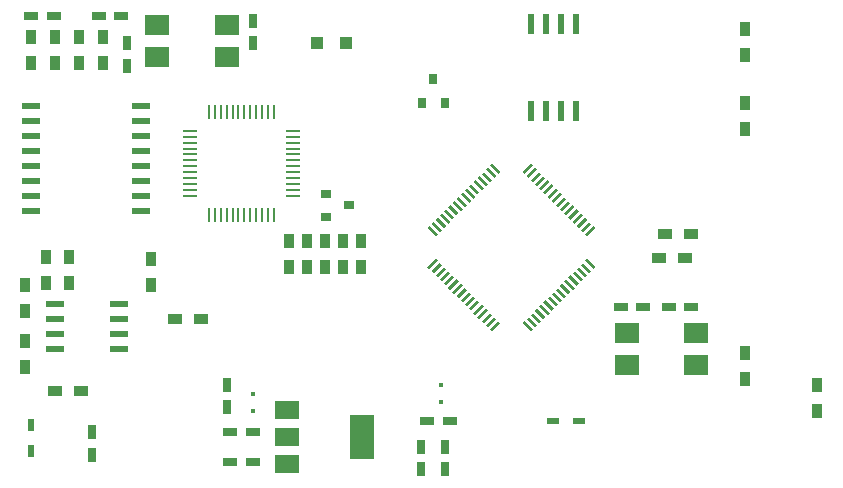
<source format=gbr>
%TF.GenerationSoftware,KiCad,Pcbnew,4.0.7-e2-6376~58~ubuntu16.04.1*%
%TF.CreationDate,2017-12-07T11:47:19+02:00*%
%TF.ProjectId,Rover_Commander_v3.1a,526F7665725F436F6D6D616E6465725F,rev?*%
%TF.FileFunction,Paste,Bot*%
%FSLAX46Y46*%
G04 Gerber Fmt 4.6, Leading zero omitted, Abs format (unit mm)*
G04 Created by KiCad (PCBNEW 4.0.7-e2-6376~58~ubuntu16.04.1) date Thu Dec  7 11:47:19 2017*
%MOMM*%
%LPD*%
G01*
G04 APERTURE LIST*
%ADD10C,0.100000*%
%ADD11R,2.000000X3.800000*%
%ADD12R,2.000000X1.500000*%
%ADD13R,1.200000X0.750000*%
%ADD14R,0.750000X1.200000*%
%ADD15R,0.600000X1.100000*%
%ADD16R,0.350000X0.350000*%
%ADD17R,0.900000X0.800000*%
%ADD18R,1.100000X0.600000*%
%ADD19R,1.000000X1.000000*%
%ADD20R,0.900000X1.200000*%
%ADD21R,1.200000X0.900000*%
%ADD22R,1.500000X0.600000*%
%ADD23R,1.550000X0.600000*%
%ADD24R,0.800000X0.900000*%
%ADD25R,2.100000X1.700000*%
%ADD26R,0.550000X1.750000*%
%ADD27R,1.300000X0.250000*%
%ADD28R,0.250000X1.300000*%
G04 APERTURE END LIST*
D10*
G36*
X161048101Y-102736023D02*
X160871324Y-102912800D01*
X160164217Y-102205693D01*
X160340994Y-102028916D01*
X161048101Y-102736023D01*
X161048101Y-102736023D01*
G37*
G36*
X160694548Y-103089577D02*
X160517771Y-103266354D01*
X159810664Y-102559247D01*
X159987441Y-102382470D01*
X160694548Y-103089577D01*
X160694548Y-103089577D01*
G37*
G36*
X160340994Y-103443130D02*
X160164217Y-103619907D01*
X159457110Y-102912800D01*
X159633887Y-102736023D01*
X160340994Y-103443130D01*
X160340994Y-103443130D01*
G37*
G36*
X159987441Y-103796683D02*
X159810664Y-103973460D01*
X159103557Y-103266353D01*
X159280334Y-103089576D01*
X159987441Y-103796683D01*
X159987441Y-103796683D01*
G37*
G36*
X159633888Y-104150237D02*
X159457111Y-104327014D01*
X158750004Y-103619907D01*
X158926781Y-103443130D01*
X159633888Y-104150237D01*
X159633888Y-104150237D01*
G37*
G36*
X159280334Y-104503790D02*
X159103557Y-104680567D01*
X158396450Y-103973460D01*
X158573227Y-103796683D01*
X159280334Y-104503790D01*
X159280334Y-104503790D01*
G37*
G36*
X158926781Y-104857344D02*
X158750004Y-105034121D01*
X158042897Y-104327014D01*
X158219674Y-104150237D01*
X158926781Y-104857344D01*
X158926781Y-104857344D01*
G37*
G36*
X158573227Y-105210897D02*
X158396450Y-105387674D01*
X157689343Y-104680567D01*
X157866120Y-104503790D01*
X158573227Y-105210897D01*
X158573227Y-105210897D01*
G37*
G36*
X158219674Y-105564450D02*
X158042897Y-105741227D01*
X157335790Y-105034120D01*
X157512567Y-104857343D01*
X158219674Y-105564450D01*
X158219674Y-105564450D01*
G37*
G36*
X157866121Y-105918004D02*
X157689344Y-106094781D01*
X156982237Y-105387674D01*
X157159014Y-105210897D01*
X157866121Y-105918004D01*
X157866121Y-105918004D01*
G37*
G36*
X157512567Y-106271557D02*
X157335790Y-106448334D01*
X156628683Y-105741227D01*
X156805460Y-105564450D01*
X157512567Y-106271557D01*
X157512567Y-106271557D01*
G37*
G36*
X157159014Y-106625111D02*
X156982237Y-106801888D01*
X156275130Y-106094781D01*
X156451907Y-105918004D01*
X157159014Y-106625111D01*
X157159014Y-106625111D01*
G37*
G36*
X156805460Y-106978664D02*
X156628683Y-107155441D01*
X155921576Y-106448334D01*
X156098353Y-106271557D01*
X156805460Y-106978664D01*
X156805460Y-106978664D01*
G37*
G36*
X156451907Y-107332217D02*
X156275130Y-107508994D01*
X155568023Y-106801887D01*
X155744800Y-106625110D01*
X156451907Y-107332217D01*
X156451907Y-107332217D01*
G37*
G36*
X156098354Y-107685771D02*
X155921577Y-107862548D01*
X155214470Y-107155441D01*
X155391247Y-106978664D01*
X156098354Y-107685771D01*
X156098354Y-107685771D01*
G37*
G36*
X155744800Y-108039324D02*
X155568023Y-108216101D01*
X154860916Y-107508994D01*
X155037693Y-107332217D01*
X155744800Y-108039324D01*
X155744800Y-108039324D01*
G37*
G36*
X152279977Y-108216101D02*
X152103200Y-108039324D01*
X152810307Y-107332217D01*
X152987084Y-107508994D01*
X152279977Y-108216101D01*
X152279977Y-108216101D01*
G37*
G36*
X151926423Y-107862548D02*
X151749646Y-107685771D01*
X152456753Y-106978664D01*
X152633530Y-107155441D01*
X151926423Y-107862548D01*
X151926423Y-107862548D01*
G37*
G36*
X151572870Y-107508994D02*
X151396093Y-107332217D01*
X152103200Y-106625110D01*
X152279977Y-106801887D01*
X151572870Y-107508994D01*
X151572870Y-107508994D01*
G37*
G36*
X151219317Y-107155441D02*
X151042540Y-106978664D01*
X151749647Y-106271557D01*
X151926424Y-106448334D01*
X151219317Y-107155441D01*
X151219317Y-107155441D01*
G37*
G36*
X150865763Y-106801888D02*
X150688986Y-106625111D01*
X151396093Y-105918004D01*
X151572870Y-106094781D01*
X150865763Y-106801888D01*
X150865763Y-106801888D01*
G37*
G36*
X150512210Y-106448334D02*
X150335433Y-106271557D01*
X151042540Y-105564450D01*
X151219317Y-105741227D01*
X150512210Y-106448334D01*
X150512210Y-106448334D01*
G37*
G36*
X150158656Y-106094781D02*
X149981879Y-105918004D01*
X150688986Y-105210897D01*
X150865763Y-105387674D01*
X150158656Y-106094781D01*
X150158656Y-106094781D01*
G37*
G36*
X149805103Y-105741227D02*
X149628326Y-105564450D01*
X150335433Y-104857343D01*
X150512210Y-105034120D01*
X149805103Y-105741227D01*
X149805103Y-105741227D01*
G37*
G36*
X149451550Y-105387674D02*
X149274773Y-105210897D01*
X149981880Y-104503790D01*
X150158657Y-104680567D01*
X149451550Y-105387674D01*
X149451550Y-105387674D01*
G37*
G36*
X149097996Y-105034121D02*
X148921219Y-104857344D01*
X149628326Y-104150237D01*
X149805103Y-104327014D01*
X149097996Y-105034121D01*
X149097996Y-105034121D01*
G37*
G36*
X148744443Y-104680567D02*
X148567666Y-104503790D01*
X149274773Y-103796683D01*
X149451550Y-103973460D01*
X148744443Y-104680567D01*
X148744443Y-104680567D01*
G37*
G36*
X148390889Y-104327014D02*
X148214112Y-104150237D01*
X148921219Y-103443130D01*
X149097996Y-103619907D01*
X148390889Y-104327014D01*
X148390889Y-104327014D01*
G37*
G36*
X148037336Y-103973460D02*
X147860559Y-103796683D01*
X148567666Y-103089576D01*
X148744443Y-103266353D01*
X148037336Y-103973460D01*
X148037336Y-103973460D01*
G37*
G36*
X147683783Y-103619907D02*
X147507006Y-103443130D01*
X148214113Y-102736023D01*
X148390890Y-102912800D01*
X147683783Y-103619907D01*
X147683783Y-103619907D01*
G37*
G36*
X147330229Y-103266354D02*
X147153452Y-103089577D01*
X147860559Y-102382470D01*
X148037336Y-102559247D01*
X147330229Y-103266354D01*
X147330229Y-103266354D01*
G37*
G36*
X146976676Y-102912800D02*
X146799899Y-102736023D01*
X147507006Y-102028916D01*
X147683783Y-102205693D01*
X146976676Y-102912800D01*
X146976676Y-102912800D01*
G37*
G36*
X147683783Y-99978307D02*
X147507006Y-100155084D01*
X146799899Y-99447977D01*
X146976676Y-99271200D01*
X147683783Y-99978307D01*
X147683783Y-99978307D01*
G37*
G36*
X148037336Y-99624753D02*
X147860559Y-99801530D01*
X147153452Y-99094423D01*
X147330229Y-98917646D01*
X148037336Y-99624753D01*
X148037336Y-99624753D01*
G37*
G36*
X148390890Y-99271200D02*
X148214113Y-99447977D01*
X147507006Y-98740870D01*
X147683783Y-98564093D01*
X148390890Y-99271200D01*
X148390890Y-99271200D01*
G37*
G36*
X148744443Y-98917647D02*
X148567666Y-99094424D01*
X147860559Y-98387317D01*
X148037336Y-98210540D01*
X148744443Y-98917647D01*
X148744443Y-98917647D01*
G37*
G36*
X149097996Y-98564093D02*
X148921219Y-98740870D01*
X148214112Y-98033763D01*
X148390889Y-97856986D01*
X149097996Y-98564093D01*
X149097996Y-98564093D01*
G37*
G36*
X149451550Y-98210540D02*
X149274773Y-98387317D01*
X148567666Y-97680210D01*
X148744443Y-97503433D01*
X149451550Y-98210540D01*
X149451550Y-98210540D01*
G37*
G36*
X149805103Y-97856986D02*
X149628326Y-98033763D01*
X148921219Y-97326656D01*
X149097996Y-97149879D01*
X149805103Y-97856986D01*
X149805103Y-97856986D01*
G37*
G36*
X150158657Y-97503433D02*
X149981880Y-97680210D01*
X149274773Y-96973103D01*
X149451550Y-96796326D01*
X150158657Y-97503433D01*
X150158657Y-97503433D01*
G37*
G36*
X150512210Y-97149880D02*
X150335433Y-97326657D01*
X149628326Y-96619550D01*
X149805103Y-96442773D01*
X150512210Y-97149880D01*
X150512210Y-97149880D01*
G37*
G36*
X150865763Y-96796326D02*
X150688986Y-96973103D01*
X149981879Y-96265996D01*
X150158656Y-96089219D01*
X150865763Y-96796326D01*
X150865763Y-96796326D01*
G37*
G36*
X151219317Y-96442773D02*
X151042540Y-96619550D01*
X150335433Y-95912443D01*
X150512210Y-95735666D01*
X151219317Y-96442773D01*
X151219317Y-96442773D01*
G37*
G36*
X151572870Y-96089219D02*
X151396093Y-96265996D01*
X150688986Y-95558889D01*
X150865763Y-95382112D01*
X151572870Y-96089219D01*
X151572870Y-96089219D01*
G37*
G36*
X151926424Y-95735666D02*
X151749647Y-95912443D01*
X151042540Y-95205336D01*
X151219317Y-95028559D01*
X151926424Y-95735666D01*
X151926424Y-95735666D01*
G37*
G36*
X152279977Y-95382113D02*
X152103200Y-95558890D01*
X151396093Y-94851783D01*
X151572870Y-94675006D01*
X152279977Y-95382113D01*
X152279977Y-95382113D01*
G37*
G36*
X152633530Y-95028559D02*
X152456753Y-95205336D01*
X151749646Y-94498229D01*
X151926423Y-94321452D01*
X152633530Y-95028559D01*
X152633530Y-95028559D01*
G37*
G36*
X152987084Y-94675006D02*
X152810307Y-94851783D01*
X152103200Y-94144676D01*
X152279977Y-93967899D01*
X152987084Y-94675006D01*
X152987084Y-94675006D01*
G37*
G36*
X155037693Y-94851783D02*
X154860916Y-94675006D01*
X155568023Y-93967899D01*
X155744800Y-94144676D01*
X155037693Y-94851783D01*
X155037693Y-94851783D01*
G37*
G36*
X155391247Y-95205336D02*
X155214470Y-95028559D01*
X155921577Y-94321452D01*
X156098354Y-94498229D01*
X155391247Y-95205336D01*
X155391247Y-95205336D01*
G37*
G36*
X155744800Y-95558890D02*
X155568023Y-95382113D01*
X156275130Y-94675006D01*
X156451907Y-94851783D01*
X155744800Y-95558890D01*
X155744800Y-95558890D01*
G37*
G36*
X156098353Y-95912443D02*
X155921576Y-95735666D01*
X156628683Y-95028559D01*
X156805460Y-95205336D01*
X156098353Y-95912443D01*
X156098353Y-95912443D01*
G37*
G36*
X156451907Y-96265996D02*
X156275130Y-96089219D01*
X156982237Y-95382112D01*
X157159014Y-95558889D01*
X156451907Y-96265996D01*
X156451907Y-96265996D01*
G37*
G36*
X156805460Y-96619550D02*
X156628683Y-96442773D01*
X157335790Y-95735666D01*
X157512567Y-95912443D01*
X156805460Y-96619550D01*
X156805460Y-96619550D01*
G37*
G36*
X157159014Y-96973103D02*
X156982237Y-96796326D01*
X157689344Y-96089219D01*
X157866121Y-96265996D01*
X157159014Y-96973103D01*
X157159014Y-96973103D01*
G37*
G36*
X157512567Y-97326657D02*
X157335790Y-97149880D01*
X158042897Y-96442773D01*
X158219674Y-96619550D01*
X157512567Y-97326657D01*
X157512567Y-97326657D01*
G37*
G36*
X157866120Y-97680210D02*
X157689343Y-97503433D01*
X158396450Y-96796326D01*
X158573227Y-96973103D01*
X157866120Y-97680210D01*
X157866120Y-97680210D01*
G37*
G36*
X158219674Y-98033763D02*
X158042897Y-97856986D01*
X158750004Y-97149879D01*
X158926781Y-97326656D01*
X158219674Y-98033763D01*
X158219674Y-98033763D01*
G37*
G36*
X158573227Y-98387317D02*
X158396450Y-98210540D01*
X159103557Y-97503433D01*
X159280334Y-97680210D01*
X158573227Y-98387317D01*
X158573227Y-98387317D01*
G37*
G36*
X158926781Y-98740870D02*
X158750004Y-98564093D01*
X159457111Y-97856986D01*
X159633888Y-98033763D01*
X158926781Y-98740870D01*
X158926781Y-98740870D01*
G37*
G36*
X159280334Y-99094424D02*
X159103557Y-98917647D01*
X159810664Y-98210540D01*
X159987441Y-98387317D01*
X159280334Y-99094424D01*
X159280334Y-99094424D01*
G37*
G36*
X159633887Y-99447977D02*
X159457110Y-99271200D01*
X160164217Y-98564093D01*
X160340994Y-98740870D01*
X159633887Y-99447977D01*
X159633887Y-99447977D01*
G37*
G36*
X159987441Y-99801530D02*
X159810664Y-99624753D01*
X160517771Y-98917646D01*
X160694548Y-99094423D01*
X159987441Y-99801530D01*
X159987441Y-99801530D01*
G37*
G36*
X160340994Y-100155084D02*
X160164217Y-99978307D01*
X160871324Y-99271200D01*
X161048101Y-99447977D01*
X160340994Y-100155084D01*
X160340994Y-100155084D01*
G37*
D11*
X141252000Y-117152000D03*
D12*
X134952000Y-117152000D03*
X134952000Y-114852000D03*
X134952000Y-119452000D03*
D13*
X120904000Y-81534000D03*
X119004000Y-81534000D03*
D14*
X118458000Y-118652000D03*
X118458000Y-116752000D03*
D13*
X113289000Y-81534000D03*
X115189000Y-81534000D03*
D14*
X129872000Y-112712000D03*
X129872000Y-114612000D03*
D13*
X132042000Y-116752000D03*
X130142000Y-116752000D03*
X132042000Y-119292000D03*
X130142000Y-119292000D03*
D14*
X146304000Y-117988000D03*
X146304000Y-119888000D03*
X148336000Y-117988000D03*
X148336000Y-119888000D03*
D13*
X146812000Y-115824000D03*
X148712000Y-115824000D03*
X169164000Y-106172000D03*
X167264000Y-106172000D03*
X163200000Y-106172000D03*
X165100000Y-106172000D03*
D15*
X113284000Y-116164000D03*
X113284000Y-118364000D03*
D16*
X132080000Y-113487000D03*
X132080000Y-114937000D03*
D17*
X138208000Y-98486000D03*
X138208000Y-96586000D03*
X140208000Y-97536000D03*
D16*
X148000000Y-114225000D03*
X148000000Y-112775000D03*
D18*
X159680000Y-115824000D03*
X157480000Y-115824000D03*
D19*
X139934000Y-83820000D03*
X137434000Y-83820000D03*
D20*
X119380000Y-85512000D03*
X119380000Y-83312000D03*
X117348000Y-85512000D03*
X117348000Y-83312000D03*
X115316000Y-85512000D03*
X115316000Y-83312000D03*
X113284000Y-85512000D03*
X113284000Y-83312000D03*
X123444000Y-104308000D03*
X123444000Y-102108000D03*
X173736000Y-110068000D03*
X173736000Y-112268000D03*
X116500000Y-101900000D03*
X116500000Y-104100000D03*
X114500000Y-104100000D03*
X114500000Y-101900000D03*
X141224000Y-102784000D03*
X141224000Y-100584000D03*
X136652000Y-102784000D03*
X136652000Y-100584000D03*
X139700000Y-102784000D03*
X139700000Y-100584000D03*
X138176000Y-102784000D03*
X138176000Y-100584000D03*
X135128000Y-102784000D03*
X135128000Y-100584000D03*
X179832000Y-114976000D03*
X179832000Y-112776000D03*
D21*
X169100000Y-100000000D03*
X166900000Y-100000000D03*
D20*
X173736000Y-84836000D03*
X173736000Y-82636000D03*
X173736000Y-91100000D03*
X173736000Y-88900000D03*
D21*
X168600000Y-102000000D03*
X166400000Y-102000000D03*
X117516000Y-113284000D03*
X115316000Y-113284000D03*
X127676000Y-107188000D03*
X125476000Y-107188000D03*
D20*
X112776000Y-106500000D03*
X112776000Y-104300000D03*
X112776000Y-109000000D03*
X112776000Y-111200000D03*
D22*
X122584000Y-89154000D03*
X122584000Y-90424000D03*
X122584000Y-91694000D03*
X122584000Y-92964000D03*
X122584000Y-94234000D03*
X122584000Y-95504000D03*
X122584000Y-96774000D03*
X122584000Y-98044000D03*
X113284000Y-98044000D03*
X113284000Y-96774000D03*
X113284000Y-95504000D03*
X113284000Y-94234000D03*
X113284000Y-92964000D03*
X113284000Y-91694000D03*
X113284000Y-90424000D03*
X113284000Y-89154000D03*
D23*
X120716000Y-105918000D03*
X120716000Y-107188000D03*
X120716000Y-108458000D03*
X120716000Y-109728000D03*
X115316000Y-109728000D03*
X115316000Y-108458000D03*
X115316000Y-107188000D03*
X115316000Y-105918000D03*
D24*
X148270000Y-88868000D03*
X146370000Y-88868000D03*
X147320000Y-86868000D03*
D14*
X121412000Y-85720000D03*
X121412000Y-83820000D03*
X132080000Y-83820000D03*
X132080000Y-81920000D03*
D25*
X123952000Y-82296000D03*
X129852000Y-82296000D03*
X129852000Y-84996000D03*
X123952000Y-84996000D03*
X169574000Y-111078000D03*
X163674000Y-111078000D03*
X163674000Y-108378000D03*
X169574000Y-108378000D03*
D26*
X155575000Y-82152000D03*
X156845000Y-82152000D03*
X158115000Y-82152000D03*
X159385000Y-82152000D03*
X159385000Y-89552000D03*
X158115000Y-89552000D03*
X156845000Y-89552000D03*
X155575000Y-89552000D03*
D27*
X135414000Y-91230000D03*
X135414000Y-91730000D03*
X135414000Y-92230000D03*
X135414000Y-92730000D03*
X135414000Y-93230000D03*
X135414000Y-93730000D03*
X135414000Y-94230000D03*
X135414000Y-94730000D03*
X135414000Y-95230000D03*
X135414000Y-95730000D03*
X135414000Y-96230000D03*
X135414000Y-96730000D03*
D28*
X133814000Y-98330000D03*
X133314000Y-98330000D03*
X132814000Y-98330000D03*
X132314000Y-98330000D03*
X131814000Y-98330000D03*
X131314000Y-98330000D03*
X130814000Y-98330000D03*
X130314000Y-98330000D03*
X129814000Y-98330000D03*
X129314000Y-98330000D03*
X128814000Y-98330000D03*
X128314000Y-98330000D03*
D27*
X126714000Y-96730000D03*
X126714000Y-96230000D03*
X126714000Y-95730000D03*
X126714000Y-95230000D03*
X126714000Y-94730000D03*
X126714000Y-94230000D03*
X126714000Y-93730000D03*
X126714000Y-93230000D03*
X126714000Y-92730000D03*
X126714000Y-92230000D03*
X126714000Y-91730000D03*
X126714000Y-91230000D03*
D28*
X128314000Y-89630000D03*
X128814000Y-89630000D03*
X129314000Y-89630000D03*
X129814000Y-89630000D03*
X130314000Y-89630000D03*
X130814000Y-89630000D03*
X131314000Y-89630000D03*
X131814000Y-89630000D03*
X132314000Y-89630000D03*
X132814000Y-89630000D03*
X133314000Y-89630000D03*
X133814000Y-89630000D03*
M02*

</source>
